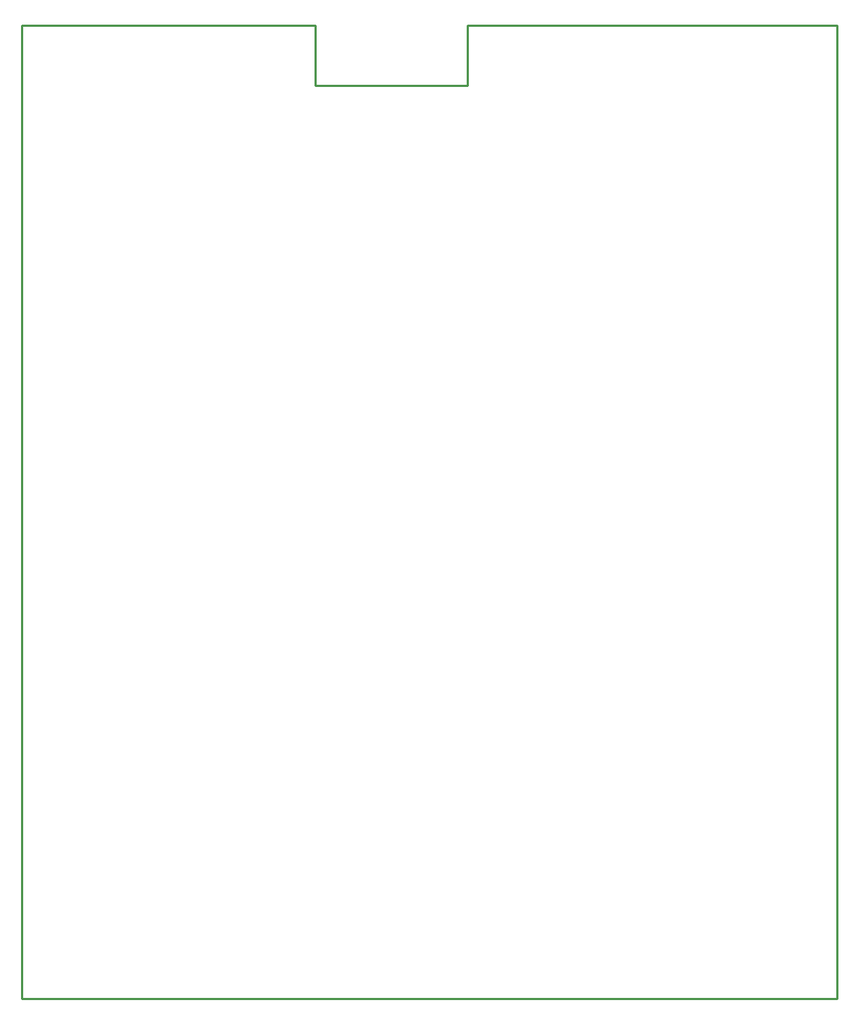
<source format=gko>
%FSLAX25Y25*%
%MOIN*%
G70*
G01*
G75*
G04 Layer_Color=16711935*
%ADD10R,0.03740X0.03937*%
%ADD11P,0.04454X4X90.0*%
G04:AMPARAMS|DCode=12|XSize=37.4mil|YSize=39.37mil|CornerRadius=0mil|HoleSize=0mil|Usage=FLASHONLY|Rotation=315.000|XOffset=0mil|YOffset=0mil|HoleType=Round|Shape=Rectangle|*
%AMROTATEDRECTD12*
4,1,4,-0.02714,-0.00070,0.00070,0.02714,0.02714,0.00070,-0.00070,-0.02714,-0.02714,-0.00070,0.0*
%
%ADD12ROTATEDRECTD12*%

%ADD13R,0.04200X0.02500*%
G04:AMPARAMS|DCode=14|XSize=106.3mil|YSize=62.99mil|CornerRadius=0mil|HoleSize=0mil|Usage=FLASHONLY|Rotation=225.000|XOffset=0mil|YOffset=0mil|HoleType=Round|Shape=Rectangle|*
%AMROTATEDRECTD14*
4,1,4,0.01531,0.05985,0.05985,0.01531,-0.01531,-0.05985,-0.05985,-0.01531,0.01531,0.05985,0.0*
%
%ADD14ROTATEDRECTD14*%

G04:AMPARAMS|DCode=15|XSize=106.3mil|YSize=62.99mil|CornerRadius=0mil|HoleSize=0mil|Usage=FLASHONLY|Rotation=315.000|XOffset=0mil|YOffset=0mil|HoleType=Round|Shape=Rectangle|*
%AMROTATEDRECTD15*
4,1,4,-0.05985,0.01531,-0.01531,0.05985,0.05985,-0.01531,0.01531,-0.05985,-0.05985,0.01531,0.0*
%
%ADD15ROTATEDRECTD15*%

G04:AMPARAMS|DCode=16|XSize=15.75mil|YSize=33.47mil|CornerRadius=0mil|HoleSize=0mil|Usage=FLASHONLY|Rotation=135.000|XOffset=0mil|YOffset=0mil|HoleType=Round|Shape=Rectangle|*
%AMROTATEDRECTD16*
4,1,4,0.01740,0.00626,-0.00626,-0.01740,-0.01740,-0.00626,0.00626,0.01740,0.01740,0.00626,0.0*
%
%ADD16ROTATEDRECTD16*%

G04:AMPARAMS|DCode=17|XSize=15.75mil|YSize=33.47mil|CornerRadius=0mil|HoleSize=0mil|Usage=FLASHONLY|Rotation=225.000|XOffset=0mil|YOffset=0mil|HoleType=Round|Shape=Rectangle|*
%AMROTATEDRECTD17*
4,1,4,-0.00626,0.01740,0.01740,-0.00626,0.00626,-0.01740,-0.01740,0.00626,-0.00626,0.01740,0.0*
%
%ADD17ROTATEDRECTD17*%

%ADD18R,0.04331X0.02559*%
%ADD19R,0.03150X0.03150*%
%ADD20O,0.03937X0.09843*%
%ADD21O,0.09843X0.03937*%
%ADD22R,0.03937X0.09843*%
%ADD23R,0.03150X0.03150*%
%ADD24R,0.03937X0.03740*%
%ADD25R,0.03602X0.04803*%
%ADD26R,0.15000X0.11000*%
%ADD27R,0.01024X0.00630*%
%ADD28R,0.01024X0.02008*%
%ADD29C,0.02000*%
%ADD30C,0.01500*%
%ADD31C,0.07500*%
%ADD32C,0.04000*%
%ADD33C,0.03000*%
%ADD34C,0.02500*%
%ADD35C,0.05000*%
%ADD36C,0.01000*%
%ADD37C,0.10000*%
%ADD38C,0.11800*%
%ADD39R,0.06496X0.06496*%
%ADD40C,0.06496*%
%ADD41O,0.10000X0.06000*%
%ADD42R,0.10000X0.06000*%
%ADD43R,0.06693X0.06693*%
%ADD44C,0.06693*%
%ADD45R,0.06496X0.06496*%
%ADD46C,0.28000*%
%ADD47R,0.04000X0.07874*%
%ADD48O,0.04000X0.07874*%
%ADD49O,0.03937X0.07874*%
%ADD50O,0.09843X0.06000*%
%ADD51R,0.09843X0.06000*%
%ADD52C,0.16000*%
%ADD53R,0.06000X0.06000*%
%ADD54R,0.06000X0.06000*%
%ADD55C,0.04000*%
%ADD56C,0.05000*%
%ADD57C,0.11000*%
%ADD58C,0.08000*%
G04:AMPARAMS|DCode=59|XSize=100mil|YSize=100mil|CornerRadius=0mil|HoleSize=0mil|Usage=FLASHONLY|Rotation=0.000|XOffset=0mil|YOffset=0mil|HoleType=Round|Shape=Relief|Width=10mil|Gap=10mil|Entries=4|*
%AMTHD59*
7,0,0,0.10000,0.08000,0.01000,45*
%
%ADD59THD59*%
%ADD60C,0.07803*%
G04:AMPARAMS|DCode=61|XSize=98.031mil|YSize=98.031mil|CornerRadius=0mil|HoleSize=0mil|Usage=FLASHONLY|Rotation=0.000|XOffset=0mil|YOffset=0mil|HoleType=Round|Shape=Relief|Width=10mil|Gap=10mil|Entries=4|*
%AMTHD61*
7,0,0,0.09803,0.07803,0.01000,45*
%
%ADD61THD61*%
%ADD62C,0.08567*%
G04:AMPARAMS|DCode=63|XSize=105.669mil|YSize=105.669mil|CornerRadius=0mil|HoleSize=0mil|Usage=FLASHONLY|Rotation=0.000|XOffset=0mil|YOffset=0mil|HoleType=Round|Shape=Relief|Width=10mil|Gap=10mil|Entries=4|*
%AMTHD63*
7,0,0,0.10567,0.08567,0.01000,45*
%
%ADD63THD63*%
%ADD64C,0.07937*%
%ADD65C,0.09080*%
G04:AMPARAMS|DCode=66|XSize=85mil|YSize=85mil|CornerRadius=0mil|HoleSize=0mil|Usage=FLASHONLY|Rotation=0.000|XOffset=0mil|YOffset=0mil|HoleType=Round|Shape=Relief|Width=10mil|Gap=10mil|Entries=4|*
%AMTHD66*
7,0,0,0.08500,0.06500,0.01000,45*
%
%ADD66THD66*%
%ADD67C,0.06500*%
%ADD68C,0.07800*%
G04:AMPARAMS|DCode=69|XSize=98mil|YSize=98mil|CornerRadius=0mil|HoleSize=0mil|Usage=FLASHONLY|Rotation=0.000|XOffset=0mil|YOffset=0mil|HoleType=Round|Shape=Relief|Width=10mil|Gap=10mil|Entries=4|*
%AMTHD69*
7,0,0,0.09800,0.07800,0.01000,45*
%
%ADD69THD69*%
G04:AMPARAMS|DCode=70|XSize=99.37mil|YSize=99.37mil|CornerRadius=0mil|HoleSize=0mil|Usage=FLASHONLY|Rotation=0.000|XOffset=0mil|YOffset=0mil|HoleType=Round|Shape=Relief|Width=10mil|Gap=10mil|Entries=4|*
%AMTHD70*
7,0,0,0.09937,0.07937,0.01000,45*
%
%ADD70THD70*%
G04:AMPARAMS|DCode=71|XSize=75mil|YSize=75mil|CornerRadius=0mil|HoleSize=0mil|Usage=FLASHONLY|Rotation=0.000|XOffset=0mil|YOffset=0mil|HoleType=Round|Shape=Relief|Width=10mil|Gap=10mil|Entries=4|*
%AMTHD71*
7,0,0,0.07500,0.05500,0.01000,45*
%
%ADD71THD71*%
%ADD72C,0.05500*%
%ADD73C,0.06800*%
G04:AMPARAMS|DCode=74|XSize=88mil|YSize=88mil|CornerRadius=0mil|HoleSize=0mil|Usage=FLASHONLY|Rotation=0.000|XOffset=0mil|YOffset=0mil|HoleType=Round|Shape=Relief|Width=10mil|Gap=10mil|Entries=4|*
%AMTHD74*
7,0,0,0.08800,0.06800,0.01000,45*
%
%ADD74THD74*%
%ADD75C,0.00984*%
%ADD76C,0.01181*%
%ADD77C,0.00787*%
%ADD78C,0.00700*%
%ADD79C,0.00800*%
G04:AMPARAMS|DCode=80|XSize=19.69mil|YSize=62.99mil|CornerRadius=0mil|HoleSize=0mil|Usage=FLASHONLY|Rotation=45.000|XOffset=0mil|YOffset=0mil|HoleType=Round|Shape=Rectangle|*
%AMROTATEDRECTD80*
4,1,4,0.01531,-0.02923,-0.02923,0.01531,-0.01531,0.02923,0.02923,-0.01531,0.01531,-0.02923,0.0*
%
%ADD80ROTATEDRECTD80*%

%ADD81R,0.01000X0.11000*%
%ADD82R,0.10350X0.01000*%
%ADD83R,0.03000X0.01500*%
%ADD84R,0.01500X0.03000*%
%ADD85R,0.01968X0.06299*%
%ADD86R,0.06299X0.01969*%
%ADD87R,0.02000X0.09200*%
%ADD88R,0.24700X0.02000*%
%ADD89R,0.01969X0.06299*%
%ADD90R,0.06299X0.01968*%
%ADD91R,0.04140X0.04337*%
%ADD92P,0.05020X4X90.0*%
G04:AMPARAMS|DCode=93|XSize=41.4mil|YSize=43.37mil|CornerRadius=0mil|HoleSize=0mil|Usage=FLASHONLY|Rotation=315.000|XOffset=0mil|YOffset=0mil|HoleType=Round|Shape=Rectangle|*
%AMROTATEDRECTD93*
4,1,4,-0.02997,-0.00070,0.00070,0.02997,0.02997,0.00070,-0.00070,-0.02997,-0.02997,-0.00070,0.0*
%
%ADD93ROTATEDRECTD93*%

%ADD94R,0.04600X0.02900*%
G04:AMPARAMS|DCode=95|XSize=110.3mil|YSize=66.99mil|CornerRadius=0mil|HoleSize=0mil|Usage=FLASHONLY|Rotation=225.000|XOffset=0mil|YOffset=0mil|HoleType=Round|Shape=Rectangle|*
%AMROTATEDRECTD95*
4,1,4,0.01531,0.06268,0.06268,0.01531,-0.01531,-0.06268,-0.06268,-0.01531,0.01531,0.06268,0.0*
%
%ADD95ROTATEDRECTD95*%

G04:AMPARAMS|DCode=96|XSize=110.3mil|YSize=66.99mil|CornerRadius=0mil|HoleSize=0mil|Usage=FLASHONLY|Rotation=315.000|XOffset=0mil|YOffset=0mil|HoleType=Round|Shape=Rectangle|*
%AMROTATEDRECTD96*
4,1,4,-0.06268,0.01531,-0.01531,0.06268,0.06268,-0.01531,0.01531,-0.06268,-0.06268,0.01531,0.0*
%
%ADD96ROTATEDRECTD96*%

G04:AMPARAMS|DCode=97|XSize=19.75mil|YSize=37.47mil|CornerRadius=0mil|HoleSize=0mil|Usage=FLASHONLY|Rotation=135.000|XOffset=0mil|YOffset=0mil|HoleType=Round|Shape=Rectangle|*
%AMROTATEDRECTD97*
4,1,4,0.02023,0.00626,-0.00626,-0.02023,-0.02023,-0.00626,0.00626,0.02023,0.02023,0.00626,0.0*
%
%ADD97ROTATEDRECTD97*%

G04:AMPARAMS|DCode=98|XSize=19.75mil|YSize=37.47mil|CornerRadius=0mil|HoleSize=0mil|Usage=FLASHONLY|Rotation=225.000|XOffset=0mil|YOffset=0mil|HoleType=Round|Shape=Rectangle|*
%AMROTATEDRECTD98*
4,1,4,-0.00626,0.02023,0.02023,-0.00626,0.00626,-0.02023,-0.02023,0.00626,-0.00626,0.02023,0.0*
%
%ADD98ROTATEDRECTD98*%

%ADD99R,0.04731X0.02959*%
%ADD100R,0.03550X0.03550*%
%ADD101O,0.04337X0.10243*%
%ADD102O,0.10243X0.04337*%
%ADD103R,0.04337X0.10243*%
%ADD104R,0.03550X0.03550*%
%ADD105R,0.04337X0.04140*%
%ADD106R,0.04002X0.05203*%
%ADD107R,0.15400X0.11400*%
%ADD108R,0.01424X0.01030*%
%ADD109R,0.01424X0.02408*%
%ADD110C,0.12200*%
%ADD111O,0.10400X0.06400*%
%ADD112R,0.10400X0.06400*%
%ADD113R,0.07093X0.07093*%
%ADD114C,0.07093*%
%ADD115R,0.06896X0.06896*%
%ADD116C,0.06896*%
%ADD117R,0.06896X0.06896*%
%ADD118C,0.28400*%
%ADD119R,0.04400X0.08274*%
%ADD120O,0.04400X0.08274*%
%ADD121O,0.04337X0.08274*%
%ADD122O,0.10243X0.06400*%
%ADD123R,0.10243X0.06400*%
%ADD124C,0.16400*%
%ADD125R,0.06400X0.06400*%
%ADD126R,0.06400X0.06400*%
%ADD127C,0.04400*%
%ADD128C,0.05400*%
D36*
X0Y-447500D02*
Y-1618D01*
Y-447500D02*
X375000D01*
Y0D01*
X205000D02*
X375000D01*
X205000Y-27500D02*
Y0D01*
X157Y-18D02*
X135000Y0D01*
X0Y-2000D02*
Y0D01*
X135000Y-27500D02*
X205000D01*
X135000D02*
Y0D01*
M02*

</source>
